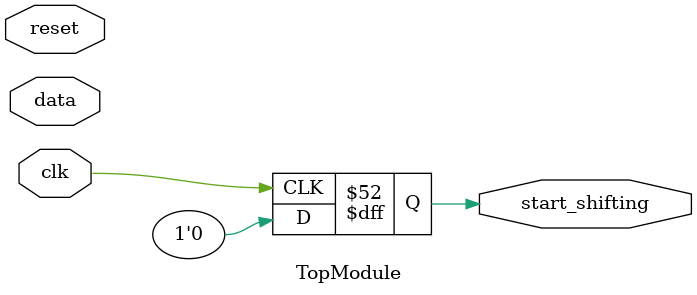
<source format=sv>


module TopModule (
  input clk,
  input reset,
  input data,
  output start_shifting
);

reg state = 0; // Current state of the FSM (0, 1, 2, or 3)
reg start_shifting = 0; // Output signal indicating when to start shifting
reg last_data = 0; // Last received data bit

always @(posedge clk) begin
    if (reset) begin
        state <= 0; // Reset the FSM to initial state (0)
        start_shifting <= 0; // Reset the output signal
    end else if (state == 0) begin
        start_shifting <= 0; // Ignore data in this state
        state <= data; // Move to next state
        last_data <= data; // Remember the current data bit
    end else if (state == 1 && last_data == 1) begin
        state <= 2; // Found first '1' of the sequence, move to next state
        start_shifting <= 0; // Ignore data in this state
    end else if (state == 2 && data == 0) begin
        state <= 3; // Found second '0' of the sequence, move to final state
        start_shifting <= 1; // Start shifting and set output signal
    end else if (state == 3 && data == 1) begin
        state <= 0; // Reset FSM as invalid sequence detected, move back to initial state
        start_shifting <= 0; // Reset the output signal
    end else begin
        state <= last_data; // Move to next state with current data bit
        start_shifting <= 0; // Ignore data in all other states
    end
end

always @(posedge clk) begin
    last_data <= data; // Update the last received data bit on every clock edge
end

endmodule

</source>
